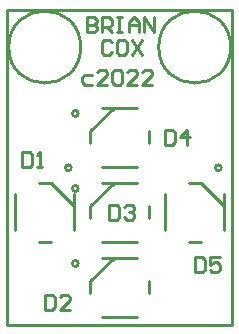
<source format=gto>
%FSLAX25Y25*%
%MOIN*%
G70*
G01*
G75*
G04 Layer_Color=65535*
%ADD10R,0.05906X0.05906*%
%ADD11R,0.05906X0.05906*%
%ADD12C,0.02500*%
%ADD13C,0.16500*%
%ADD14C,0.04000*%
%ADD15R,0.17716X0.12205*%
%ADD16R,0.05000X0.08000*%
%ADD17C,0.01000*%
D17*
X523721Y545374D02*
G03*
X523721Y545374I-984J0D01*
G01*
Y520374D02*
G03*
X523721Y520374I-984J0D01*
G01*
X521358Y552264D02*
G03*
X521358Y552264I-984J0D01*
G01*
X524500Y592500D02*
G03*
X524500Y592500I-12000J0D01*
G01*
X574500D02*
G03*
X574500Y592500I-12000J0D01*
G01*
X571358Y552264D02*
G03*
X571358Y552264I-984J0D01*
G01*
X523721Y570374D02*
G03*
X523721Y570374I-984J0D01*
G01*
X527658Y539468D02*
X535532Y547342D01*
X531595Y527658D02*
X543405D01*
X531595Y547342D02*
X543405D01*
X547342Y535532D02*
Y539468D01*
X527658Y535532D02*
Y539468D01*
Y514468D02*
X535532Y522342D01*
X531595Y502658D02*
X543405D01*
X531595Y522342D02*
X543405D01*
X547342Y510532D02*
Y514468D01*
X527658Y510532D02*
Y514468D01*
X514468Y547342D02*
X522342Y539468D01*
X502658Y531595D02*
Y543405D01*
X522342Y531595D02*
Y543405D01*
X510532Y527658D02*
X514468D01*
X510532Y547342D02*
X514468D01*
X500000Y500000D02*
Y605000D01*
Y500000D02*
X575000D01*
Y605000D01*
X500000D02*
X575000D01*
X560532Y547342D02*
X564468D01*
X560532Y527658D02*
X564468D01*
X572342Y531595D02*
Y543405D01*
X552658Y531595D02*
Y543405D01*
X564468Y547342D02*
X572342Y539468D01*
X527658Y560532D02*
Y564468D01*
X547342Y560532D02*
Y564468D01*
X531595Y572342D02*
X543405D01*
X531595Y552658D02*
X543405D01*
X527658Y564468D02*
X535532Y572342D01*
X534000Y539998D02*
Y535000D01*
X536499D01*
X537332Y535833D01*
Y539165D01*
X536499Y539998D01*
X534000D01*
X538998Y539165D02*
X539831Y539998D01*
X541498D01*
X542331Y539165D01*
Y538332D01*
X541498Y537499D01*
X540664D01*
X541498D01*
X542331Y536666D01*
Y535833D01*
X541498Y535000D01*
X539831D01*
X538998Y535833D01*
X512500Y509998D02*
Y505000D01*
X514999D01*
X515832Y505833D01*
Y509165D01*
X514999Y509998D01*
X512500D01*
X520831Y505000D02*
X517498D01*
X520831Y508332D01*
Y509165D01*
X519998Y509998D01*
X518331D01*
X517498Y509165D01*
X505000Y557498D02*
Y552500D01*
X507499D01*
X508332Y553333D01*
Y556665D01*
X507499Y557498D01*
X505000D01*
X509998Y552500D02*
X511664D01*
X510831D01*
Y557498D01*
X509998Y556665D01*
X552500Y564998D02*
Y560000D01*
X554999D01*
X555832Y560833D01*
Y564165D01*
X554999Y564998D01*
X552500D01*
X559998Y560000D02*
Y564998D01*
X557498Y562499D01*
X560831D01*
X562500Y522498D02*
Y517500D01*
X564999D01*
X565832Y518333D01*
Y521665D01*
X564999Y522498D01*
X562500D01*
X570831D02*
X567498D01*
Y519999D01*
X569165Y520832D01*
X569998D01*
X570831Y519999D01*
Y518333D01*
X569998Y517500D01*
X568331D01*
X567498Y518333D01*
X534832Y594165D02*
X533999Y594998D01*
X532333D01*
X531500Y594165D01*
Y590833D01*
X532333Y590000D01*
X533999D01*
X534832Y590833D01*
X538998Y594998D02*
X537331D01*
X536498Y594165D01*
Y590833D01*
X537331Y590000D01*
X538998D01*
X539831Y590833D01*
Y594165D01*
X538998Y594998D01*
X541497D02*
X544829Y590000D01*
Y594998D02*
X541497Y590000D01*
X528332Y583332D02*
X525833D01*
X525000Y582499D01*
Y580833D01*
X525833Y580000D01*
X528332D01*
X533331D02*
X529998D01*
X533331Y583332D01*
Y584165D01*
X532498Y584998D01*
X530831D01*
X529998Y584165D01*
X534997D02*
X535830Y584998D01*
X537496D01*
X538329Y584165D01*
Y580833D01*
X537496Y580000D01*
X535830D01*
X534997Y580833D01*
Y584165D01*
X543327Y580000D02*
X539995D01*
X543327Y583332D01*
Y584165D01*
X542494Y584998D01*
X540828D01*
X539995Y584165D01*
X548326Y580000D02*
X544993D01*
X548326Y583332D01*
Y584165D01*
X547493Y584998D01*
X545827D01*
X544993Y584165D01*
X526500Y602498D02*
Y597500D01*
X528999D01*
X529832Y598333D01*
Y599166D01*
X528999Y599999D01*
X526500D01*
X528999D01*
X529832Y600832D01*
Y601665D01*
X528999Y602498D01*
X526500D01*
X531498Y597500D02*
Y602498D01*
X533998D01*
X534831Y601665D01*
Y599999D01*
X533998Y599166D01*
X531498D01*
X533165D02*
X534831Y597500D01*
X536497Y602498D02*
X538163D01*
X537330D01*
Y597500D01*
X536497D01*
X538163D01*
X540662D02*
Y600832D01*
X542328Y602498D01*
X543994Y600832D01*
Y597500D01*
Y599999D01*
X540662D01*
X545660Y597500D02*
Y602498D01*
X548993Y597500D01*
Y602498D01*
M02*

</source>
